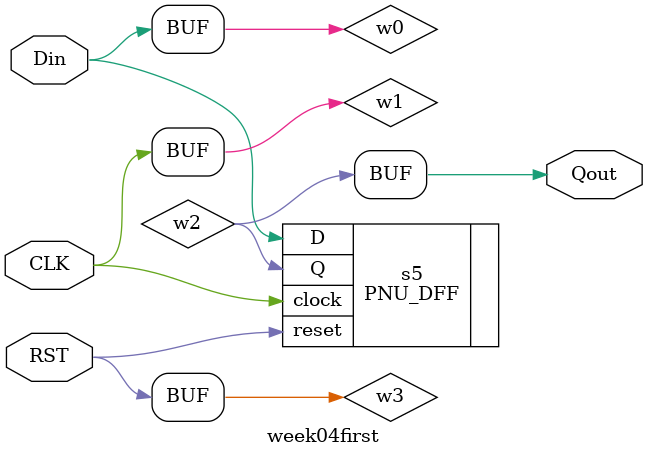
<source format=v>
module week04first(Din,CLK,Qout,RST);

input Din;
input CLK;
output Qout;
input RST;

wire  w0;
wire  w1;
wire  w2;
wire  w3;

assign w0 = Din;
assign w1 = CLK;
assign Qout = w2;
assign w3 = RST;

PNU_DFF
     s5 (
      .D(w0),
      .clock(w1),
      .Q(w2),
      .reset(w3));

endmodule


</source>
